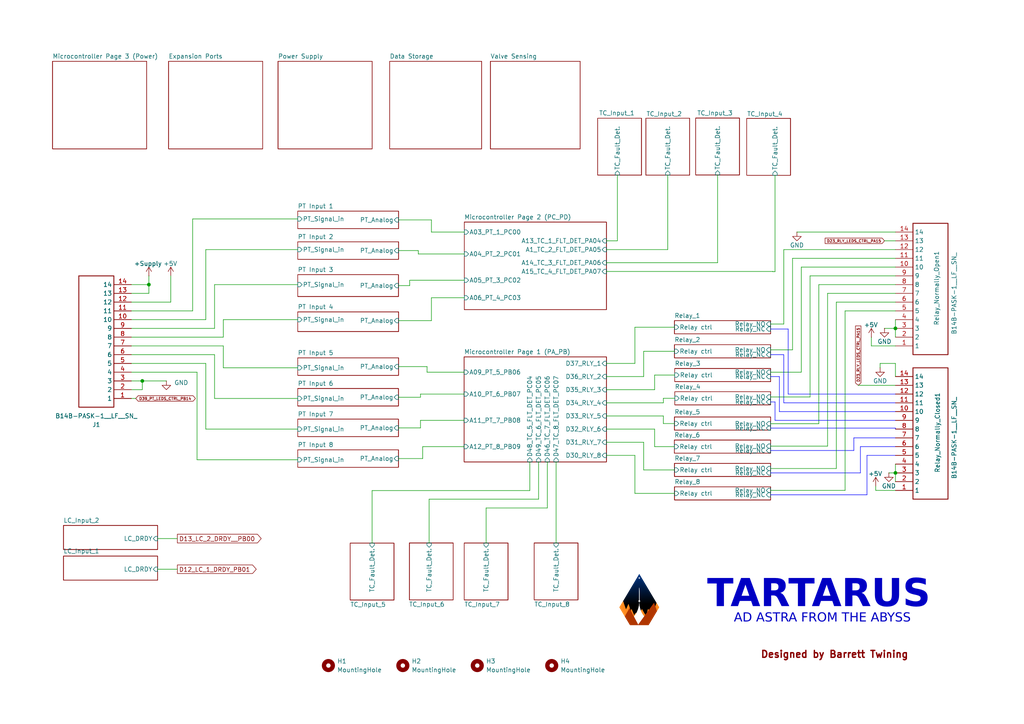
<source format=kicad_sch>
(kicad_sch (version 20250114) (generator "eeschema") (generator_version "9.0")
  (paper "A4")
  (title_block (title "Vulcan"))
  (lib_symbols
    (symbol "B14B-PASK-1__LF__SN_:B14B-PASK-1__LF__SN_"
      (property "Reference" "J9" (at 10.16 -36.83 0))
      (property "Value" "B14B-PASK-1__LF__SN_" (at 17.018 -17.78 90))
      (symbol "B14B-PASK-1__LF__SN__1_1"
        (rectangle (start 5.08 2.54) (end 15.24 -35.56) (stroke (width 0.254)))
        (pin passive line (at 0 0 0) (length 5.08) (name "14") (number "14"))
        (pin passive line (at 0 -2.54 0) (length 5.08) (name "13") (number "13"))
        (pin passive line (at 0 -5.08 0) (length 5.08) (name "12") (number "12"))
        (pin passive line (at 0 -7.62 0) (length 5.08) (name "11") (number "11"))
        (pin passive line (at 0 -10.16 0) (length 5.08) (name "10") (number "10"))
        (pin passive line (at 0 -12.7 0) (length 5.08) (name "9") (number "9"))
        (pin passive line (at 0 -15.24 0) (length 5.08) (name "8") (number "8"))
        (pin passive line (at 0 -17.78 0) (length 5.08) (name "7") (number "7"))
        (pin passive line (at 0 -20.32 0) (length 5.08) (name "6") (number "6"))
        (pin passive line (at 0 -22.86 0) (length 5.08) (name "5") (number "5"))
        (pin passive line (at 0 -25.4 0) (length 5.08) (name "4") (number "4"))
        (pin passive line (at 0 -27.94 0) (length 5.08) (name "3") (number "3"))
        (pin passive line (at 0 -30.48 0) (length 5.08) (name "2") (number "2"))
        (pin passive line (at 0 -33.02 0) (length 5.08) (name "1") (number "1"))
      )
    )
    (symbol "B14B-PASK-1__LF__SN__1"
      (property "Reference" "J" (at 9.906 4.318 0))
      (property "Value" "B14B-PASK-1__LF__SN_" (at 16.51 -27.686 90))
      (symbol "B14B-PASK-1__LF__SN__1_1_1"
        (rectangle (start 5.08 2.54) (end 15.24 -35.56) (stroke (width 0.254)))
        (pin passive line (at 0 0 0) (length 5.08) (name "14") (number "14"))
        (pin passive line (at 0 -2.54 0) (length 5.08) (name "13") (number "13"))
        (pin passive line (at 0 -5.08 0) (length 5.08) (name "12") (number "12"))
        (pin passive line (at 0 -7.62 0) (length 5.08) (name "11") (number "11"))
        (pin passive line (at 0 -10.16 0) (length 5.08) (name "10") (number "10"))
        (pin passive line (at 0 -12.7 0) (length 5.08) (name "9") (number "9"))
        (pin passive line (at 0 -15.24 0) (length 5.08) (name "8") (number "8"))
        (pin passive line (at 0 -17.78 0) (length 5.08) (name "7") (number "7"))
        (pin passive line (at 0 -20.32 0) (length 5.08) (name "6") (number "6"))
        (pin passive line (at 0 -22.86 0) (length 5.08) (name "5") (number "5"))
        (pin passive line (at 0 -25.4 0) (length 5.08) (name "4") (number "4"))
        (pin passive line (at 0 -27.94 0) (length 5.08) (name "3") (number "3"))
        (pin passive line (at 0 -30.48 0) (length 5.08) (name "2") (number "2"))
        (pin passive line (at 0 -33.02 0) (length 5.08) (name "1") (number "1"))
      )
    )
    (symbol "Mechanical:MountingHole" (pin_names (offset 1.016)) (exclude_from_sim yes) (in_bom no)
      (property "Reference" "H" (at 0 5.08 0))
      (property "Value" "MountingHole" (at 0 3.175 0))
      (symbol "MountingHole_0_1"
        (circle (center 0 0) (radius 1.27) (stroke (width 1.27)))
      )
    )
    (symbol "power:+12V" (power) (pin_numbers (hide yes)) (pin_names (offset 0) (hide yes))
      (property "Value" "+12V" (at 0 3.556 0))
      (symbol "+12V_0_1"
        (polyline (pts (xy -0.762 1.27) (xy 0 2.54)))
        (polyline (pts (xy 0 2.54) (xy 0.762 1.27)))
        (polyline (pts (xy 0 0) (xy 0 2.54)))
      )
      (symbol "+12V_1_1"
        (pin power_in line (at 0 0 90) (length 0) (name "~") (number "1"))
      )
    )
    (symbol "power:+5V" (power) (pin_numbers (hide yes)) (pin_names (offset 0) (hide yes))
      (property "Value" "+5V" (at 0 3.556 0))
      (symbol "+5V_0_1"
        (polyline (pts (xy -0.762 1.27) (xy 0 2.54)))
        (polyline (pts (xy 0 2.54) (xy 0.762 1.27)))
        (polyline (pts (xy 0 0) (xy 0 2.54)))
      )
      (symbol "+5V_1_1"
        (pin power_in line (at 0 0 90) (length 0) (name "~") (number "1"))
      )
    )
    (symbol "power:GND" (power) (pin_numbers (hide yes)) (pin_names (offset 0) (hide yes))
      (property "Value" "GND" (at 0 -3.81 0))
      (symbol "GND_0_1"
        (polyline (pts (xy 0 0) (xy 0 -1.27) (xy 1.27 -1.27) (xy 0 -2.54) (xy -1.27 -1.27) (xy 0 -1.27)))
      )
      (symbol "GND_1_1"
        (pin power_in line (at 0 0 270) (length 0) (name "~") (number "1"))
      )
    )
  )
  (text "Designed by Barrett Twining" (at 242.062 189.992 0) (effects (font (size 2 2) (thickness 0.4) (bold yes))))
  (text "TARTARUS" (at 237.49 174.752 0) (effects (font (size 8 8) (thickness 1.6) (bold yes))))
  (text "AD ASTRA FROM THE ABYSS" (at 238.506 180.086 0) (effects (font (size 2.6 2.6))))
  (junction (at 43.18 82.55))
  (junction (at 259.715 137.16))
  (junction (at 41.275 110.49))
  (junction (at 259.715 95.25))
  (wire (pts (xy 64.77 92.71) (xy 64.77 97.79)))
  (wire (pts (xy 134.62 121.92) (xy 121.9597 121.92)))
  (wire (pts (xy 186.69 101.892) (xy 195.6118 101.892)))
  (wire (pts (xy 45.72 165.1) (xy 51.435 165.1)))
  (wire (pts (xy 249.555 129.54) (xy 259.715 129.54)) (stroke (width 0) (color 0 0 255 1)))
  (wire (pts (xy 124.46 144.78) (xy 124.46 157.48)))
  (wire (pts (xy 175.895 128.27) (xy 186.69 128.27)))
  (wire (pts (xy 134.6597 81.28) (xy 118.8281 81.28)))
  (wire (pts (xy 192.405 120.65) (xy 175.895 120.65)))
  (wire (pts (xy 223.52 142.24) (xy 245.11 142.24)))
  (wire (pts (xy 223.52 107.95) (xy 232.41 107.95)))
  (wire (pts (xy 175.895 105.41) (xy 184.15 105.41)))
  (wire (pts (xy 156.21 144.78) (xy 124.46 144.78)))
  (wire (pts (xy 245.11 90.17) (xy 259.715 90.17)))
  (wire (pts (xy 134.62 129.54) (xy 122.5947 129.54)))
  (wire (pts (xy 121.3247 73.66) (xy 121.3247 72.6744)))
  (wire (pts (xy 256.54 69.85) (xy 259.715 69.85)))
  (wire (pts (xy 186.69 128.27) (xy 186.69 136.301)))
  (wire (pts (xy 175.895 109.22) (xy 186.69 109.22)))
  (wire (pts (xy 232.41 77.47) (xy 259.715 77.47)))
  (wire (pts (xy 184.15 143.1024) (xy 195.634 143.1024)))
  (wire (pts (xy 242.57 87.63) (xy 259.715 87.63)))
  (wire (pts (xy 158.75 133.985) (xy 158.75 147.3364)))
  (wire (pts (xy 59.69 72.39) (xy 59.69 92.71)))
  (wire (pts (xy 38.1 113.03) (xy 41.275 113.03)))
  (wire (pts (xy 192.405 115.5189) (xy 192.405 116.84)))
  (wire (pts (xy 223.52 129.3949) (xy 240.03 129.3949)))
  (wire (pts (xy 55.8801 63.5) (xy 55.8801 90.17)))
  (wire (pts (xy 121.9597 114.3) (xy 121.9597 115.2194)))
  (wire (pts (xy 255.27 105.41) (xy 259.715 105.41)))
  (wire (pts (xy 223.52 95.4304) (xy 228.6 95.4304)) (stroke (width 0) (color 0 0 255 1)))
  (wire (pts (xy 125.1347 63.7844) (xy 115.6097 63.7844)))
  (wire (pts (xy 125.1347 92.9944) (xy 115.6097 92.9944)))
  (wire (pts (xy 226.06 109.22) (xy 226.06 119.38)) (stroke (width 0) (color 0 0 255 1)))
  (wire (pts (xy 231.14 67.31) (xy 259.715 67.31)))
  (wire (pts (xy 86.3599 124.46) (xy 59.69 124.46)))
  (wire (pts (xy 223.52 101.4639) (xy 229.87 101.4639)))
  (wire (pts (xy 227.33 116.84) (xy 259.715 116.84)) (stroke (width 0) (color 0 0 255 1)))
  (wire (pts (xy 38.1 90.17) (xy 55.8801 90.17)))
  (wire (pts (xy 257.81 137.16) (xy 259.715 137.16)))
  (wire (pts (xy 86.3599 92.71) (xy 64.77 92.71)))
  (wire (pts (xy 229.87 74.93) (xy 259.715 74.93)))
  (wire (pts (xy 223.52 124.1672) (xy 259.715 124.1672)) (stroke (width 0) (color 0 0 255 1)))
  (wire (pts (xy 186.69 109.22) (xy 186.69 101.892)))
  (wire (pts (xy 38.1 107.95) (xy 57.15 107.95)))
  (wire (pts (xy 161.29 133.985) (xy 161.29 157.48)))
  (wire (pts (xy 224.155 78.74) (xy 175.895 78.74)))
  (wire (pts (xy 240.03 85.09) (xy 259.715 85.09)))
  (wire (pts (xy 223.5199 135.89) (xy 242.57 135.89)))
  (wire (pts (xy 86.3599 63.5) (xy 55.8801 63.5)))
  (wire (pts (xy 175.895 132.08) (xy 184.15 132.08)))
  (wire (pts (xy 228.6 95.4304) (xy 228.6 114.3)) (stroke (width 0) (color 0 0 255 1)))
  (wire (pts (xy 259.715 92.71) (xy 259.715 95.25)))
  (wire (pts (xy 245.11 142.24) (xy 245.11 90.17)))
  (wire (pts (xy 259.715 124.1672) (xy 259.715 124.46)) (stroke (width 0) (color 0 0 255 1)))
  (wire (pts (xy 115.5699 115.2194) (xy 121.9597 115.2194)))
  (wire (pts (xy 254 140.97) (xy 254 142.24)))
  (wire (pts (xy 86.3599 72.39) (xy 59.69 72.39)))
  (wire (pts (xy 189.865 108.7867) (xy 195.701 108.7867)))
  (wire (pts (xy 192.405 122.847) (xy 192.405 120.65)))
  (wire (pts (xy 237.49 122.8972) (xy 237.49 82.55)))
  (wire (pts (xy 227.33 93.98) (xy 227.33 72.39)))
  (wire (pts (xy 86.3599 133.35) (xy 57.15 133.35)))
  (wire (pts (xy 259.715 134.62) (xy 259.715 137.16)))
  (wire (pts (xy 228.6 114.3) (xy 259.715 114.3)) (stroke (width 0) (color 0 0 255 1)))
  (wire (pts (xy 57.15 133.35) (xy 57.15 107.95)))
  (wire (pts (xy 240.03 129.3949) (xy 240.03 85.09)))
  (wire (pts (xy 192.405 115.5189) (xy 195.7127 115.5189)))
  (wire (pts (xy 134.6597 86.36) (xy 125.1347 86.36)))
  (wire (pts (xy 62.23 115.57) (xy 62.23 102.87)))
  (wire (pts (xy 125.1347 67.31) (xy 125.1347 63.7844)))
  (wire (pts (xy 179.07 69.85) (xy 175.895 69.85)))
  (wire (pts (xy 49.53 80.01) (xy 49.53 87.63)))
  (wire (pts (xy 252.73 97.79) (xy 252.73 100.33)))
  (wire (pts (xy 223.52 122.8972) (xy 237.49 122.8972)))
  (wire (pts (xy 232.41 107.95) (xy 232.41 77.47)))
  (wire (pts (xy 175.895 116.84) (xy 192.405 116.84)))
  (wire (pts (xy 227.33 72.39) (xy 259.715 72.39)))
  (wire (pts (xy 153.67 133.985) (xy 153.67 142.2868)))
  (wire (pts (xy 226.06 119.38) (xy 259.715 119.38)) (stroke (width 0) (color 0 0 255 1)))
  (wire (pts (xy 223.52 93.98) (xy 227.33 93.98)))
  (wire (pts (xy 123.8647 106.3294) (xy 115.6097 106.3294)))
  (wire (pts (xy 224.79 78.7816) (xy 224.79 50.8416)))
  (wire (pts (xy 189.865 113.03) (xy 189.865 108.7867)))
  (wire (pts (xy 189.865 124.46) (xy 189.865 129.54)))
  (wire (pts (xy 43.18 80.01) (xy 43.18 82.55)))
  (wire (pts (xy 189.865 129.54) (xy 195.58 129.54)))
  (wire (pts (xy 223.5199 116.5825) (xy 224.79 116.5825)) (stroke (width 0) (color 0 0 255 1)))
  (wire (pts (xy 234.95 115.1341) (xy 234.95 80.01)))
  (wire (pts (xy 118.8281 81.28) (xy 118.8281 82.8344)))
  (wire (pts (xy 256.54 95.25) (xy 259.715 95.25)))
  (wire (pts (xy 227.33 102.87) (xy 227.33 116.84)) (stroke (width 0) (color 0 0 255 1)))
  (wire (pts (xy 115.5699 132.9994) (xy 122.5947 132.9994)))
  (wire (pts (xy 223.52 143.51) (xy 251.46 143.51)) (stroke (width 0) (color 0 0 255 1)))
  (wire (pts (xy 208.1298 76.2) (xy 208.1298 50.7523)))
  (wire (pts (xy 251.46 132.08) (xy 259.715 132.08)) (stroke (width 0) (color 0 0 255 1)))
  (wire (pts (xy 158.75 147.3364) (xy 140.9953 147.3364)))
  (wire (pts (xy 156.21 133.985) (xy 156.21 144.78)))
  (wire (pts (xy 86.3599 115.57) (xy 62.23 115.57)))
  (wire (pts (xy 193.675 50.8) (xy 193.675 72.39)))
  (wire (pts (xy 38.1 110.49) (xy 41.275 110.49)))
  (wire (pts (xy 179.07 50.8) (xy 179.07 69.85)))
  (wire (pts (xy 38.1 97.79) (xy 64.77 97.79)))
  (wire (pts (xy 38.1 92.71) (xy 59.69 92.71)))
  (wire (pts (xy 43.18 85.09) (xy 43.18 82.55)))
  (wire (pts (xy 38.1 95.25) (xy 62.23 95.25)))
  (wire (pts (xy 247.65 127) (xy 247.65 130.6649)) (stroke (width 0) (color 0 0 255 1)))
  (wire (pts (xy 255.27 106.68) (xy 255.27 105.41)))
  (wire (pts (xy 242.57 135.89) (xy 242.57 87.63)))
  (wire (pts (xy 259.715 137.16) (xy 259.715 139.7)))
  (wire (pts (xy 254 142.24) (xy 259.715 142.24)))
  (wire (pts (xy 38.1 82.55) (xy 43.18 82.55)))
  (wire (pts (xy 259.715 95.25) (xy 259.715 97.79)))
  (wire (pts (xy 122.5947 129.54) (xy 122.5947 132.9994)))
  (wire (pts (xy 134.6597 73.66) (xy 121.3247 73.66)))
  (wire (pts (xy 38.1 87.63) (xy 49.53 87.63)))
  (wire (pts (xy 229.87 101.4639) (xy 229.87 74.93)))
  (wire (pts (xy 38.1 102.87) (xy 62.23 102.87)))
  (wire (pts (xy 224.155 78.7816) (xy 224.79 78.7816)))
  (wire (pts (xy 86.3599 82.55) (xy 62.23 82.55)))
  (wire (pts (xy 41.275 113.03) (xy 41.275 110.49)))
  (wire (pts (xy 223.5199 137.16) (xy 249.555 137.16)) (stroke (width 0) (color 0 0 255 1)))
  (wire (pts (xy 134.62 114.3) (xy 121.9597 114.3)))
  (wire (pts (xy 184.15 132.08) (xy 184.15 143.1024)))
  (wire (pts (xy 175.895 76.2) (xy 208.1298 76.2)))
  (wire (pts (xy 140.9953 147.3364) (xy 140.9953 157.4964)))
  (wire (pts (xy 251.46 143.51) (xy 251.46 132.08)) (stroke (width 0) (color 0 0 255 1)))
  (wire (pts (xy 38.1 115.57) (xy 39.37 115.57)))
  (wire (pts (xy 107.9219 142.2868) (xy 107.9219 157.5268)))
  (wire (pts (xy 184.15 105.41) (xy 184.15 94.907)))
  (wire (pts (xy 59.69 124.46) (xy 59.69 105.41)))
  (wire (pts (xy 38.1 105.41) (xy 59.69 105.41)))
  (wire (pts (xy 115.5699 82.8344) (xy 118.8281 82.8344)))
  (wire (pts (xy 224.79 116.5825) (xy 224.79 121.92)) (stroke (width 0) (color 0 0 255 1)))
  (wire (pts (xy 234.95 80.01) (xy 259.715 80.01)))
  (wire (pts (xy 249.555 137.16) (xy 249.555 129.54)) (stroke (width 0) (color 0 0 255 1)))
  (wire (pts (xy 41.275 110.49) (xy 48.26 110.49)))
  (wire (pts (xy 62.23 82.55) (xy 62.23 95.25)))
  (wire (pts (xy 223.52 109.22) (xy 226.06 109.22)) (stroke (width 0) (color 0 0 255 1)))
  (wire (pts (xy 38.1 100.33) (xy 64.77 100.33)))
  (wire (pts (xy 224.79 121.92) (xy 259.715 121.92)) (stroke (width 0) (color 0 0 255 1)))
  (wire (pts (xy 125.1347 67.31) (xy 134.6597 67.31)))
  (wire (pts (xy 64.77 106.68) (xy 64.77 100.33)))
  (wire (pts (xy 45.72 156.21) (xy 51.435 156.21)))
  (wire (pts (xy 259.715 105.41) (xy 259.715 109.22)))
  (wire (pts (xy 192.405 122.847) (xy 195.6118 122.847)))
  (wire (pts (xy 248.92 111.76) (xy 259.715 111.76)))
  (wire (pts (xy 153.67 142.2868) (xy 107.9219 142.2868)))
  (wire (pts (xy 223.52 102.87) (xy 227.33 102.87)) (stroke (width 0) (color 0 0 255 1)))
  (wire (pts (xy 86.3599 106.68) (xy 64.77 106.68)))
  (wire (pts (xy 123.8647 107.95) (xy 123.8647 106.3294)))
  (wire (pts (xy 121.9597 121.92) (xy 121.9597 124.1094)))
  (wire (pts (xy 247.65 127) (xy 259.715 127)) (stroke (width 0) (color 0 0 255 1)))
  (wire (pts (xy 224.155 78.7816) (xy 224.155 78.74)))
  (wire (pts (xy 121.3247 72.6744) (xy 115.6097 72.6744)))
  (wire (pts (xy 186.69 136.301) (xy 195.6235 136.301)))
  (wire (pts (xy 175.895 124.46) (xy 189.865 124.46)))
  (wire (pts (xy 247.65 130.6649) (xy 223.52 130.6649)) (stroke (width 0) (color 0 0 255 1)))
  (wire (pts (xy 38.1 85.09) (xy 43.18 85.09)))
  (wire (pts (xy 175.895 113.03) (xy 189.865 113.03)))
  (wire (pts (xy 134.62 107.95) (xy 123.8647 107.95)))
  (wire (pts (xy 237.49 82.55) (xy 259.715 82.55)))
  (wire (pts (xy 223.5199 115.1341) (xy 234.95 115.1341)))
  (wire (pts (xy 184.15 94.907) (xy 195.6118 94.907)))
  (wire (pts (xy 125.1347 86.36) (xy 125.1347 92.9944)))
  (wire (pts (xy 175.895 72.39) (xy 193.675 72.39)))
  (wire (pts (xy 115.5699 124.1094) (xy 121.9597 124.1094)))
  (wire (pts (xy 252.73 100.33) (xy 259.715 100.33)))
  (image (at 185.42 175.26) (scale 0.0421478))
  (global_label "D39_PT_LEDS_CTRL_PB14" (shape bidirectional) (at 39.37 115.57 0) (effects (font (size 0.8 0.8))) (property "Intersheetrefs" "${INTERSHEET_REFS}" (effects (hide yes))))
  (global_label "D12_LC_1_DRDY_PB01" (shape output) (at 51.435 165.1 0) (effects (font (size 1.2446 1.2446))) (property "Intersheetrefs" "${INTERSHEET_REFS}" (effects (hide yes))))
  (global_label "D23_RLY_LEDS_CTRL_PA15" (shape input) (at 248.92 111.76 90) (effects (font (size 0.8 0.8))) (property "Intersheetrefs" "${INTERSHEET_REFS}" (effects (hide yes))))
  (global_label "D23_RLY_LEDS_CTRL_PA15" (shape input) (at 256.54 69.85 180) (effects (font (size 0.8 0.8))) (property "Intersheetrefs" "${INTERSHEET_REFS}" (effects (hide yes))))
  (global_label "D13_LC_2_DRDY__PB00" (shape output) (at 51.435 156.21 0) (property "Intersheetrefs" "${INTERSHEET_REFS}" (effects (hide yes))))
  (symbol (lib_id "B14B-PASK-1__LF__SN_:B14B-PASK-1__LF__SN_") (at 259.715 67.31 0) (unit 1)
    (property "Reference" "Relay_Normally_Open1" (at 271.653 83.566 90))
    (property "Value" "B14B-PASK-1__LF__SN_" (at 276.733 85.09 90))
    (property "Footprint" "Barrett_Footprints:B14BPASK1LFSN" (effects (hide yes)))
    (property "Datasheet" "http://www.jst-mfg.com/product/pdf/eng/ePA-F.pdf" (effects (hide yes)))
    (property "Description" "JST Polyamide Series, 2mm Pitch 14 Way 1 Row Straight PCB Header, Solder Termination, 3A" (effects (hide yes)))
    (property "Height" "7.7" (effects (hide yes)))
    (property "Manufacturer_Name" "JST (JAPAN SOLDERLESS TERMINALS)" (effects (hide yes)))
    (property "Manufacturer_Part_Number" "B14B-PASK-1 (LF)(SN)" (effects (hide yes)))
  )
  (symbol (lib_id "power:GND") (at 48.26 110.49 0) (unit 1)
    (property "Reference" "#PWR02" (effects (hide yes)))
    (property "Value" "GND" (at 52.578 110.998 0))
    (property "Description" "Power symbol creates a global label with name \"GND\" , ground" (effects (hide yes)))
  )
  (symbol (lib_id "power:GND") (at 257.81 137.16 0) (unit 1)
    (property "Reference" "#PWR09" (effects (hide yes)))
    (property "Value" "GND" (at 257.81 140.97 0))
    (property "Description" "Power symbol creates a global label with name \"GND\" , ground" (effects (hide yes)))
  )
  (symbol (lib_id "Mechanical:MountingHole") (at 116.84 193.04 0) (unit 1) (exclude_from_sim yes) (in_bom no)
    (property "Reference" "H2" (at 119.38 191.7699 0) (effects (justify left)))
    (property "Value" "MountingHole" (at 119.38 194.3099 0) (effects (justify left)))
    (property "Footprint" "MountingHole:MountingHole_3.2mm_M3_ISO7380_Pad_TopBottom" (effects (hide yes)))
    (property "Description" "Mounting Hole without connection" (effects (hide yes)))
  )
  (symbol (lib_id "B14B-PASK-1__LF__SN_:B14B-PASK-1__LF__SN_") (at 259.715 109.22 0) (unit 1)
    (property "Reference" "Relay_Normally_Closed1" (at 271.907 125.476 90))
    (property "Value" "B14B-PASK-1__LF__SN_" (at 276.733 127 90))
    (property "Footprint" "Barrett_Footprints:B14BPASK1LFSN" (effects (hide yes)))
    (property "Datasheet" "http://www.jst-mfg.com/product/pdf/eng/ePA-F.pdf" (effects (hide yes)))
    (property "Description" "JST Polyamide Series, 2mm Pitch 14 Way 1 Row Straight PCB Header, Solder Termination, 3A" (effects (hide yes)))
    (property "Height" "7.7" (effects (hide yes)))
    (property "Manufacturer_Name" "JST (JAPAN SOLDERLESS TERMINALS)" (effects (hide yes)))
    (property "Manufacturer_Part_Number" "B14B-PASK-1 (LF)(SN)" (effects (hide yes)))
  )
  (symbol (lib_id "power:+12V") (at 43.18 80.01 0) (unit 1)
    (property "Reference" "#PWR01" (effects (hide yes)))
    (property "Value" "+Supply" (at 42.926 76.454 0))
    (property "Description" "Power symbol creates a global label with name \"+12V\"" (effects (hide yes)))
  )
  (symbol (lib_name "B14B-PASK-1__LF__SN__1") (lib_id "B14B-PASK-1__LF__SN_:B14B-PASK-1__LF__SN_") (at 38.1 82.55 0) (mirror y) (unit 1)
    (property "Reference" "J1" (at 27.94 123.19 0))
    (property "Value" "B14B-PASK-1__LF__SN_" (at 27.94 120.65 0))
    (property "Footprint" "Barrett_Footprints:B14BPASK1LFSN" (effects (hide yes)))
    (property "Datasheet" "http://www.jst-mfg.com/product/pdf/eng/ePA-F.pdf" (effects (hide yes)))
    (property "Description" "JST Polyamide Series, 2mm Pitch 14 Way 1 Row Straight PCB Header, Solder Termination, 3A" (effects (hide yes)))
    (property "Height" "7.7" (effects (hide yes)))
    (property "Manufacturer_Name" "JST (JAPAN SOLDERLESS TERMINALS)" (effects (hide yes)))
    (property "Manufacturer_Part_Number" "B14B-PASK-1 (LF)(SN)" (effects (hide yes)))
  )
  (symbol (lib_id "power:+5V") (at 49.53 80.01 0) (unit 1)
    (property "Reference" "#PWR03" (effects (hide yes)))
    (property "Value" "+5V" (at 49.403 76.454 0))
    (property "Description" "Power symbol creates a global label with name \"+5V\"" (effects (hide yes)))
  )
  (symbol (lib_id "power:GND") (at 256.54 95.25 0) (unit 1)
    (property "Reference" "#PWR08" (effects (hide yes)))
    (property "Value" "GND" (at 256.54 99.06 0))
    (property "Description" "Power symbol creates a global label with name \"GND\" , ground" (effects (hide yes)))
  )
  (symbol (lib_id "Mechanical:MountingHole") (at 160.02 193.04 0) (unit 1) (exclude_from_sim yes) (in_bom no)
    (property "Reference" "H4" (at 162.56 191.7699 0) (effects (justify left)))
    (property "Value" "MountingHole" (at 162.56 194.3099 0) (effects (justify left)))
    (property "Footprint" "MountingHole:MountingHole_3.2mm_M3_ISO7380_Pad_TopBottom" (effects (hide yes)))
    (property "Description" "Mounting Hole without connection" (effects (hide yes)))
  )
  (symbol (lib_id "Mechanical:MountingHole") (at 95.25 193.04 0) (unit 1) (exclude_from_sim yes) (in_bom no)
    (property "Reference" "H1" (at 97.79 191.7699 0) (effects (justify left)))
    (property "Value" "MountingHole" (at 97.79 194.3099 0) (effects (justify left)))
    (property "Footprint" "MountingHole:MountingHole_3.2mm_M3_ISO7380_Pad_TopBottom" (effects (hide yes)))
    (property "Description" "Mounting Hole without connection" (effects (hide yes)))
  )
  (symbol (lib_id "power:+5V") (at 254 140.97 0) (unit 1)
    (property "Reference" "#PWR06" (effects (hide yes)))
    (property "Value" "+5V" (at 253.873 137.414 0))
    (property "Description" "Power symbol creates a global label with name \"+5V\"" (effects (hide yes)))
  )
  (symbol (lib_id "Mechanical:MountingHole") (at 138.43 193.04 0) (unit 1) (exclude_from_sim yes) (in_bom no)
    (property "Reference" "H3" (at 140.97 191.7699 0) (effects (justify left)))
    (property "Value" "MountingHole" (at 140.97 194.3099 0) (effects (justify left)))
    (property "Footprint" "MountingHole:MountingHole_3.2mm_M3_ISO7380_Pad_TopBottom" (effects (hide yes)))
    (property "Description" "Mounting Hole without connection" (effects (hide yes)))
  )
  (symbol (lib_id "power:+5V") (at 252.73 97.79 0) (unit 1)
    (property "Reference" "#PWR05" (effects (hide yes)))
    (property "Value" "+5V" (at 252.603 94.234 0))
    (property "Description" "Power symbol creates a global label with name \"+5V\"" (effects (hide yes)))
  )
  (symbol (lib_id "power:GND") (at 231.14 67.31 0) (unit 1)
    (property "Reference" "#PWR04" (effects (hide yes)))
    (property "Value" "GND" (at 231.14 71.12 0))
    (property "Description" "Power symbol creates a global label with name \"GND\" , ground" (effects (hide yes)))
  )
  (symbol (lib_id "power:GND") (at 255.27 106.68 0) (unit 1)
    (property "Reference" "#PWR07" (effects (hide yes)))
    (property "Value" "GND" (at 255.27 110.49 0))
    (property "Description" "Power symbol creates a global label with name \"GND\" , ground" (effects (hide yes)))
  )
  (sheet (at 86.3599 90.4544) (size 29.2498 5.715) (stroke (width 0.1524))
    (property "Sheetname" "PT Input 4" (at 86.3599 89.7428 0) (effects (justify left bottom)))
    (property "Sheetfile" "PT Input.kicad_sch" (effects (hide yes)))
    (pin "PT_Analog" input (at 115.6097 92.9944 0))
    (pin "PT_Signal_in" input (at 86.3599 92.71 180))
  )
  (sheet (at 201.7798 34.2423) (size 12.7 16.51) (stroke (width 0.1524))
    (property "Sheetname" "TC_Input_3" (at 202.184 33.528 0) (effects (justify left bottom)))
    (property "Sheetfile" "TC_Input_1.kicad_sch" (effects (hide yes)))
    (pin "TC_Fault_Det." input (at 208.1298 50.7523 270))
  )
  (sheet (at 134.62 103.505) (size 41.275 30.48) (stroke (width 0.1524))
    (property "Sheetname" "Microcontroller Page 1 (PA_PB)" (at 134.62 102.7934 0) (effects (justify left bottom)))
    (property "Sheetfile" "Liquid Rocketry Microcontroller P1.kicad_sch" (effects (hide yes)))
    (pin "D33_RLY_5" input (at 175.895 120.65 0))
    (pin "D34_RLY_4" input (at 175.895 116.84 0))
    (pin "D35_RLY_3" input (at 175.895 113.03 0))
    (pin "D37_RLY_1" input (at 175.895 105.41 0))
    (pin "D36_RLY_2" input (at 175.895 109.22 0))
    (pin "D32_RLY_6" input (at 175.895 124.46 0))
    (pin "D31_RLY_7" input (at 175.895 128.27 0))
    (pin "D30_RLY_8" input (at 175.895 132.08 0))
    (pin "A11_PT_7_PB08" input (at 134.62 121.92 180))
    (pin "A09_PT_5_PB06" input (at 134.62 107.95 180))
    (pin "A10_PT_6_PB07" input (at 134.62 114.3 180))
    (pin "A12_PT_8_PB09" input (at 134.62 129.54 180))
    (pin "D47_TC_8_FLT_DET_PC07" input (at 161.29 133.985 270))
    (pin "D46_TC_7_FLT_DET_PC06" input (at 158.75 133.985 270))
    (pin "D49_TC_6_FLT_DET_PC05" input (at 156.21 133.985 270))
    (pin "D48_TC_5_FLT_DET_PC04" input (at 153.67 133.985 270))
  )
  (sheet (at 195.6235 134.396) (size 27.8964 3.81) (stroke (width 0.1524))
    (property "Sheetname" "Relay_7" (at 195.6235 133.6844 0) (effects (justify left bottom)))
    (property "Sheetfile" "Liquid Rocketry Relays.kicad_sch" (effects (hide yes)))
    (pin "Relay ctrl" input (at 195.6235 136.301 180))
    (pin "Relay_NO" input (at 223.5199 135.89 0))
    (pin "Relay_NC" input (at 223.5199 137.16 0))
  )
  (sheet (at 195.7127 113.6139) (size 27.8072 3.81) (stroke (width 0.1524))
    (property "Sheetname" "Relay_4" (at 195.7127 112.9023 0) (effects (justify left bottom)))
    (property "Sheetfile" "Liquid Rocketry Relays.kicad_sch" (effects (hide yes)))
    (pin "Relay ctrl" input (at 195.7127 115.5189 180))
    (pin "Relay_NO" input (at 223.5199 115.1341 0))
    (pin "Relay_NC" input (at 223.5199 116.5825 0))
  )
  (sheet (at 195.58 127.635) (size 27.94 3.81) (stroke (width 0.1524))
    (property "Sheetname" "Relay_6" (at 195.58 126.9234 0) (effects (justify left bottom)))
    (property "Sheetfile" "Liquid Rocketry Relays.kicad_sch" (effects (hide yes)))
    (pin "Relay ctrl" input (at 195.58 129.54 180))
    (pin "Relay_NO" input (at 223.52 129.3949 0))
    (pin "Relay_NC" input (at 223.52 130.6649 0))
  )
  (sheet (at 86.3599 121.5694) (size 29.21 5.08) (stroke (width 0.1524))
    (property "Sheetname" "PT Input 7" (at 86.3599 120.8578 0) (effects (justify left bottom)))
    (property "Sheetfile" "PT Input.kicad_sch" (effects (hide yes)))
    (pin "PT_Analog" input (at 115.5699 124.1094 0))
    (pin "PT_Signal_in" input (at 86.3599 124.46 180))
  )
  (sheet (at 216.5819 34.3316) (size 12.7 16.51) (stroke (width 0.1524))
    (property "Sheetname" "TC_Input_4" (at 216.662 33.782 0) (effects (justify left bottom)))
    (property "Sheetfile" "TC_Input_1.kicad_sch" (effects (hide yes)))
    (pin "TC_Fault_Det." input (at 224.79 50.8416 270))
  )
  (sheet (at 15.24 17.78) (size 27.305 25.4) (stroke (width 0.1524))
    (property "Sheetname" "Microcontroller Page 3 (Power)" (at 15.24 17.0684 0) (effects (justify left bottom)))
    (property "Sheetfile" "Liquid Rocketry Microcontroller P3.kicad_sch" (effects (hide yes)))
  )
  (sheet (at 113.03 17.78) (size 26.67 25.4) (stroke (width 0.1524))
    (property "Sheetname" "Data Storage" (at 113.03 17.0684 0) (effects (justify left bottom)))
    (property "Sheetfile" "Liquid Rocketry uSD Card.kicad_sch" (effects (hide yes)))
  )
  (sheet (at 195.634 141.1974) (size 27.886 3.81) (stroke (width 0.1524))
    (property "Sheetname" "Relay_8" (at 195.634 140.4858 0) (effects (justify left bottom)))
    (property "Sheetfile" "Liquid Rocketry Relays.kicad_sch" (effects (hide yes)))
    (pin "Relay ctrl" input (at 195.634 143.1024 180))
    (pin "Relay_NO" input (at 223.52 142.24 0))
    (pin "Relay_NC" input (at 223.52 143.51 0))
  )
  (sheet (at 48.895 17.78) (size 27.305 25.4) (stroke (width 0.1524))
    (property "Sheetname" "Expansion Ports" (at 48.895 17.0684 0) (effects (justify left bottom)))
    (property "Sheetfile" "Liquid Rocketry Expansion Ports.kicad_sch" (effects (hide yes)))
  )
  (sheet (at 173.355 34.2901) (size 12.7 16.5099) (stroke (width 0.1524))
    (property "Sheetname" "TC_Input_1" (at 173.736 33.528 0) (effects (justify left bottom)))
    (property "Sheetfile" "TC_Input_1.kicad_sch" (effects (hide yes)))
    (pin "TC_Fault_Det." input (at 179.07 50.8 270))
  )
  (sheet (at 86.3599 130.4594) (size 29.21 5.08) (stroke (width 0.1524))
    (property "Sheetname" "PT Input 8" (at 86.3599 129.7478 0) (effects (justify left bottom)))
    (property "Sheetfile" "PT Input.kicad_sch" (effects (hide yes)))
    (pin "PT_Analog" input (at 115.5699 132.9994 0))
    (pin "PT_Signal_in" input (at 86.3599 133.35 180))
  )
  (sheet (at 195.6118 93.002) (size 27.9082 3.81) (stroke (width 0.1524))
    (property "Sheetname" "Relay_1" (at 195.6118 92.2904 0) (effects (justify left bottom)))
    (property "Sheetfile" "Liquid Rocketry Relays.kicad_sch" (effects (hide yes)))
    (pin "Relay ctrl" input (at 195.6118 94.907 180))
    (pin "Relay_NO" input (at 223.52 93.98 0))
    (pin "Relay_NC" input (at 223.52 95.4304 0))
  )
  (sheet (at 86.3599 103.7894) (size 29.2498 5.08) (stroke (width 0.1524))
    (property "Sheetname" "PT Input 5" (at 86.3599 103.0778 0) (effects (justify left bottom)))
    (property "Sheetfile" "PT Input.kicad_sch" (effects (hide yes)))
    (pin "PT_Analog" input (at 115.6097 106.3294 0))
    (pin "PT_Signal_in" input (at 86.3599 106.68 180))
  )
  (sheet (at 195.701 106.8817) (size 27.819 3.81) (stroke (width 0.1524))
    (property "Sheetname" "Relay_3" (at 195.701 106.1701 0) (effects (justify left bottom)))
    (property "Sheetfile" "Liquid Rocketry Relays.kicad_sch" (effects (hide yes)))
    (pin "Relay ctrl" input (at 195.701 108.7867 180))
    (pin "Relay_NO" input (at 223.52 107.95 0))
    (pin "Relay_NC" input (at 223.52 109.22 0))
  )
  (sheet (at 18.415 161.29) (size 27.305 6.985) (stroke (width 0.1524))
    (property "Sheetname" "LC_Input_1" (at 18.415 160.5784 0) (effects (justify left bottom)))
    (property "Sheetfile" "page3.kicad_sch" (effects (hide yes)))
    (pin "LC_DRDY" input (at 45.72 165.1 0))
  )
  (sheet (at 86.3599 70.1344) (size 29.2498 5.08) (stroke (width 0.1524))
    (property "Sheetname" "PT Input 2" (at 86.3599 69.4228 0) (effects (justify left bottom)))
    (property "Sheetfile" "PT Input.kicad_sch" (effects (hide yes)))
    (pin "PT_Analog" input (at 115.6097 72.6744 0))
    (pin "PT_Signal_in" input (at 86.3599 72.39 180))
  )
  (sheet (at 195.6118 120.942) (size 27.9082 3.81) (stroke (width 0.1524))
    (property "Sheetname" "Relay_5" (at 195.6118 120.2304 0) (effects (justify left bottom)))
    (property "Sheetfile" "Liquid Rocketry Relays.kicad_sch" (effects (hide yes)))
    (pin "Relay ctrl" input (at 195.6118 122.847 180))
    (pin "Relay_NO" input (at 223.52 122.8972 0))
    (pin "Relay_NC" input (at 223.52 124.1672 0))
  )
  (sheet (at 195.6118 99.987) (size 27.9082 3.81) (stroke (width 0.1524))
    (property "Sheetname" "Relay_2" (at 195.6118 99.2754 0) (effects (justify left bottom)))
    (property "Sheetfile" "Liquid Rocketry Relays.kicad_sch" (effects (hide yes)))
    (pin "Relay ctrl" input (at 195.6118 101.892 180))
    (pin "Relay_NO" input (at 223.52 101.4639 0))
    (pin "Relay_NC" input (at 223.52 102.87 0))
  )
  (sheet (at 18.415 152.4) (size 27.305 6.985) (stroke (width 0.1524))
    (property "Sheetname" "LC_Input_2" (at 18.415 151.6884 0) (effects (justify left bottom)))
    (property "Sheetfile" "page3.kicad_sch" (effects (hide yes)))
    (pin "LC_DRDY" input (at 45.72 156.21 0))
  )
  (sheet (at 154.94 157.48) (size 12.7 16.51) (stroke (width 0.1524))
    (property "Sheetname" "TC_Input_8" (at 154.94 176.022 0) (effects (justify left bottom)))
    (property "Sheetfile" "TC_Input_1.kicad_sch" (effects (hide yes)))
    (pin "TC_Fault_Det." input (at 161.29 157.48 90))
  )
  (sheet (at 142.24 17.78) (size 26.035 25.4) (stroke (width 0.1524))
    (property "Sheetname" "Valve Sensing" (at 142.24 17.0684 0) (effects (justify left bottom)))
    (property "Sheetfile" "Liquid Rocketry Valve Sensing.kicad_sch" (effects (hide yes)))
  )
  (sheet (at 118.745 157.48) (size 12.7 16.51) (stroke (width 0.1524))
    (property "Sheetname" "TC_Input_6" (at 118.618 176.022 0) (effects (justify left bottom)))
    (property "Sheetfile" "TC_Input_1.kicad_sch" (effects (hide yes)))
    (pin "TC_Fault_Det." input (at 124.46 157.48 90))
  )
  (sheet (at 187.325 34.29) (size 12.7 16.51) (stroke (width 0.1524))
    (property "Sheetname" "TC_Input_2" (at 187.452 33.782 0) (effects (justify left bottom)))
    (property "Sheetfile" "TC_Input_1.kicad_sch" (effects (hide yes)))
    (pin "TC_Fault_Det." input (at 193.675 50.8 270))
  )
  (sheet (at 86.3599 61.2444) (size 29.2498 5.08) (stroke (width 0.1524))
    (property "Sheetname" "PT Input 1" (at 86.3599 60.5328 0) (effects (justify left bottom)))
    (property "Sheetfile" "PT Input.kicad_sch" (effects (hide yes)))
    (pin "PT_Analog" input (at 115.6097 63.7844 0))
    (pin "PT_Signal_in" input (at 86.3599 63.5 180))
  )
  (sheet (at 86.3599 79.6594) (size 29.21 6.35) (stroke (width 0.1524))
    (property "Sheetname" "PT Input 3" (at 86.3599 78.9478 0) (effects (justify left bottom)))
    (property "Sheetfile" "PT Input.kicad_sch" (effects (hide yes)))
    (pin "PT_Analog" input (at 115.5699 82.8344 0))
    (pin "PT_Signal_in" input (at 86.3599 82.55 180))
  )
  (sheet (at 101.5719 157.5268) (size 12.7 16.51) (stroke (width 0.1524))
    (property "Sheetname" "TC_Input_5" (at 101.5719 176.0688 0) (effects (justify left bottom)))
    (property "Sheetfile" "TC_Input_1.kicad_sch" (effects (hide yes)))
    (pin "TC_Fault_Det." input (at 107.9219 157.5268 90))
  )
  (sheet (at 134.6597 64.4194) (size 41.2353 25.4) (stroke (width 0.1524))
    (property "Sheetname" "Microcontroller Page 2 (PC_PD)" (at 134.6597 63.7078 0) (effects (justify left bottom)))
    (property "Sheetfile" "Liquid Rocketry Microcontroller P2.kicad_sch" (effects (hide yes)))
    (pin "A03_PT_1_PC00" input (at 134.6597 67.31 180))
    (pin "A05_PT_3_PC02" input (at 134.6597 81.28 180))
    (pin "A06_PT_4_PC03" input (at 134.6597 86.36 180))
    (pin "A04_PT_2_PC01" input (at 134.6597 73.66 180))
    (pin "A14_TC_3_FLT_DET_PA06" input (at 175.895 76.2 0))
    (pin "A1_TC_2_FLT_DET_PA05" input (at 175.895 72.39 0))
    (pin "A15_TC_4_FLT_DET_PA07" input (at 175.895 78.74 0))
    (pin "A13_TC_1_FLT_DET_PA04" input (at 175.895 69.85 0))
  )
  (sheet (at 86.3599 112.6794) (size 29.21 5.08) (stroke (width 0.1524))
    (property "Sheetname" "PT Input 6" (at 86.3599 111.9678 0) (effects (justify left bottom)))
    (property "Sheetfile" "PT Input.kicad_sch" (effects (hide yes)))
    (pin "PT_Analog" input (at 115.5699 115.2194 0))
    (pin "PT_Signal_in" input (at 86.3599 115.57 180))
  )
  (sheet (at 80.645 17.78) (size 27.305 25.4) (stroke (width 0.1524))
    (property "Sheetname" "Power Supply" (at 80.645 17.0684 0) (effects (justify left bottom)))
    (property "Sheetfile" "Liquid Rocketry Power Supplies.kicad_sch" (effects (hide yes)))
  )
  (sheet (at 134.6453 157.4964) (size 12.7 16.51) (stroke (width 0.1524))
    (property "Sheetname" "TC_Input_7" (at 134.6453 176.0384 0) (effects (justify left bottom)))
    (property "Sheetfile" "TC_Input_1.kicad_sch" (effects (hide yes)))
    (pin "TC_Fault_Det." input (at 140.9953 157.4964 90))
  )
)
</source>
